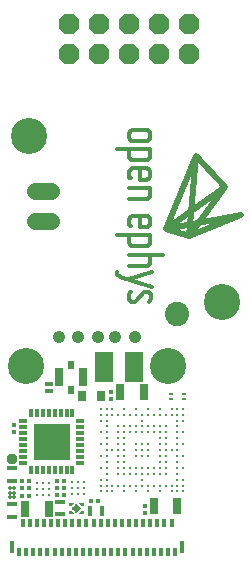
<source format=gts>
G75*
%MOIN*%
%OFA0B0*%
%FSLAX25Y25*%
%IPPOS*%
%LPD*%
%AMOC8*
5,1,8,0,0,1.08239X$1,22.5*
%
%ADD10C,0.04137*%
%ADD11R,0.01775X0.01381*%
%ADD12R,0.03350X0.01775*%
%ADD13R,0.01775X0.03350*%
%ADD14R,0.06106X0.10043*%
%ADD15C,0.00200*%
%ADD16R,0.12405X0.12405*%
%ADD17R,0.01184X0.02562*%
%ADD18R,0.02562X0.01184*%
%ADD19R,0.02169X0.02956*%
%ADD20R,0.02562X0.06106*%
%ADD21R,0.02169X0.02562*%
%ADD22R,0.02562X0.01578*%
%ADD23C,0.01184*%
%ADD24R,0.01578X0.00987*%
%ADD25R,0.01381X0.02759*%
%ADD26R,0.01381X0.02562*%
%ADD27R,0.01775X0.04137*%
%ADD28OC8,0.06800*%
%ADD29C,0.03743*%
%ADD30C,0.05600*%
%ADD31C,0.08074*%
%ADD32C,0.02165*%
%ADD33C,0.01417*%
%ADD34R,0.02956X0.05318*%
%ADD35R,0.01381X0.01775*%
%ADD36R,0.02956X0.03743*%
%ADD37C,0.01400*%
%ADD38C,0.12011*%
D10*
X0185205Y0129300D03*
X0191701Y0129300D03*
X0198197Y0129300D03*
X0204103Y0129300D03*
X0210599Y0129300D03*
D11*
X0202607Y0110993D03*
X0202607Y0108630D03*
X0170441Y0099772D03*
X0170441Y0097410D03*
X0213945Y0072804D03*
X0213945Y0070441D03*
D12*
X0185756Y0070113D03*
X0185756Y0074313D03*
X0169575Y0073565D03*
X0169575Y0069365D03*
X0169654Y0081333D03*
X0169654Y0085533D03*
D13*
X0195507Y0071111D03*
X0199707Y0071111D03*
D14*
X0200166Y0119260D03*
X0210402Y0119260D03*
D15*
X0193217Y0073807D02*
X0193217Y0073178D01*
X0192626Y0073178D01*
X0191996Y0073807D01*
X0193217Y0073807D01*
X0193217Y0073782D02*
X0192022Y0073782D01*
X0192220Y0073583D02*
X0193217Y0073583D01*
X0193217Y0073385D02*
X0192419Y0073385D01*
X0192618Y0073186D02*
X0193217Y0073186D01*
X0192250Y0072213D02*
X0190914Y0073549D01*
X0189578Y0072213D01*
X0190914Y0070877D01*
X0192250Y0072213D01*
X0192231Y0072194D02*
X0189597Y0072194D01*
X0189757Y0072392D02*
X0192071Y0072392D01*
X0191872Y0072591D02*
X0189955Y0072591D01*
X0190154Y0072789D02*
X0191674Y0072789D01*
X0191475Y0072988D02*
X0190352Y0072988D01*
X0190551Y0073186D02*
X0191277Y0073186D01*
X0191078Y0073385D02*
X0190749Y0073385D01*
X0189831Y0073807D02*
X0189201Y0073178D01*
X0188611Y0073178D01*
X0188611Y0073807D01*
X0189831Y0073807D01*
X0189806Y0073782D02*
X0188611Y0073782D01*
X0188611Y0073583D02*
X0189607Y0073583D01*
X0189409Y0073385D02*
X0188611Y0073385D01*
X0188611Y0073186D02*
X0189210Y0073186D01*
X0189795Y0071995D02*
X0192032Y0071995D01*
X0191834Y0071797D02*
X0189994Y0071797D01*
X0190192Y0071598D02*
X0191635Y0071598D01*
X0191437Y0071400D02*
X0190391Y0071400D01*
X0190589Y0071201D02*
X0191238Y0071201D01*
X0191040Y0071003D02*
X0190788Y0071003D01*
X0189831Y0070619D02*
X0189201Y0071248D01*
X0188611Y0071248D01*
X0188611Y0070619D01*
X0189831Y0070619D01*
X0189645Y0070804D02*
X0188611Y0070804D01*
X0188611Y0071003D02*
X0189447Y0071003D01*
X0189248Y0071201D02*
X0188611Y0071201D01*
X0191996Y0070619D02*
X0192626Y0071248D01*
X0193217Y0071248D01*
X0193217Y0070619D01*
X0191996Y0070619D01*
X0192182Y0070804D02*
X0193217Y0070804D01*
X0193217Y0071003D02*
X0192381Y0071003D01*
X0192579Y0071201D02*
X0193217Y0071201D01*
D16*
X0182882Y0094260D03*
D17*
X0181898Y0084811D03*
X0179930Y0084811D03*
X0177961Y0084811D03*
X0175993Y0084811D03*
X0183867Y0084811D03*
X0185835Y0084811D03*
X0187804Y0084811D03*
X0189772Y0084811D03*
X0189772Y0103709D03*
X0187804Y0103709D03*
X0185835Y0103709D03*
X0183867Y0103709D03*
X0181898Y0103709D03*
X0179930Y0103709D03*
X0177961Y0103709D03*
X0175993Y0103709D03*
D18*
X0173433Y0101150D03*
X0173433Y0099181D03*
X0173433Y0097213D03*
X0173433Y0095244D03*
X0173433Y0093276D03*
X0173433Y0091307D03*
X0173433Y0089339D03*
X0173433Y0087370D03*
X0192331Y0087370D03*
X0192331Y0089339D03*
X0192331Y0091307D03*
X0192331Y0093276D03*
X0192331Y0095244D03*
X0192331Y0097213D03*
X0192331Y0099181D03*
X0192331Y0101150D03*
D19*
X0189221Y0111465D03*
D20*
X0193158Y0115796D03*
X0185284Y0115796D03*
D21*
X0189221Y0119733D03*
D22*
X0181819Y0113650D03*
X0181819Y0111091D03*
D23*
X0199181Y0105284D03*
X0199181Y0103315D03*
X0199181Y0101347D03*
X0201150Y0101347D03*
X0201150Y0103315D03*
X0203119Y0103315D03*
X0205087Y0103315D03*
X0207056Y0103315D03*
X0209024Y0103315D03*
X0210993Y0103315D03*
X0212961Y0103315D03*
X0212961Y0101347D03*
X0212961Y0099378D03*
X0212961Y0097410D03*
X0210993Y0097410D03*
X0210993Y0099378D03*
X0209024Y0099378D03*
X0209024Y0097410D03*
X0207056Y0097410D03*
X0207056Y0099378D03*
X0205087Y0099378D03*
X0205087Y0097410D03*
X0205087Y0095441D03*
X0205087Y0093473D03*
X0207056Y0093473D03*
X0207056Y0095441D03*
X0210993Y0093473D03*
X0212961Y0093473D03*
X0214930Y0093473D03*
X0214930Y0091504D03*
X0214930Y0089536D03*
X0212961Y0089536D03*
X0212961Y0091504D03*
X0210993Y0091504D03*
X0210993Y0089536D03*
X0207056Y0089536D03*
X0207056Y0091504D03*
X0205087Y0091504D03*
X0205087Y0089536D03*
X0205087Y0087567D03*
X0205087Y0085599D03*
X0207056Y0085599D03*
X0209024Y0085599D03*
X0210993Y0085599D03*
X0212961Y0085599D03*
X0214930Y0085599D03*
X0216898Y0085599D03*
X0218867Y0085599D03*
X0220835Y0085599D03*
X0220835Y0087567D03*
X0218867Y0087567D03*
X0218867Y0089536D03*
X0220835Y0089536D03*
X0220835Y0091504D03*
X0218867Y0091504D03*
X0218867Y0093473D03*
X0220835Y0093473D03*
X0220835Y0095441D03*
X0218867Y0095441D03*
X0218867Y0097410D03*
X0220835Y0097410D03*
X0220835Y0099378D03*
X0218867Y0099378D03*
X0216898Y0099378D03*
X0216898Y0097410D03*
X0214930Y0097410D03*
X0214930Y0099378D03*
X0214930Y0103315D03*
X0216898Y0103315D03*
X0218867Y0103315D03*
X0220835Y0103315D03*
X0222804Y0103315D03*
X0224772Y0103315D03*
X0224772Y0101347D03*
X0226741Y0101347D03*
X0226741Y0103315D03*
X0226741Y0105284D03*
X0224772Y0105284D03*
X0222804Y0105284D03*
X0218867Y0105284D03*
X0214930Y0105284D03*
X0210993Y0105284D03*
X0207056Y0105284D03*
X0203119Y0105284D03*
X0201150Y0105284D03*
X0201150Y0099378D03*
X0201150Y0097410D03*
X0199181Y0097410D03*
X0201150Y0095441D03*
X0201150Y0093473D03*
X0199181Y0093473D03*
X0201150Y0091504D03*
X0201150Y0089536D03*
X0199181Y0089536D03*
X0201150Y0087567D03*
X0201150Y0085599D03*
X0199181Y0085599D03*
X0201150Y0083630D03*
X0201150Y0081662D03*
X0199181Y0081662D03*
X0199181Y0079693D03*
X0199181Y0077725D03*
X0201150Y0077725D03*
X0201150Y0079693D03*
X0203119Y0079693D03*
X0205087Y0079693D03*
X0207056Y0079693D03*
X0209024Y0079693D03*
X0210993Y0079693D03*
X0212961Y0079693D03*
X0214930Y0079693D03*
X0216898Y0079693D03*
X0218867Y0079693D03*
X0220835Y0079693D03*
X0222804Y0079693D03*
X0224772Y0079693D03*
X0224772Y0077725D03*
X0222804Y0077725D03*
X0226741Y0077725D03*
X0226741Y0079693D03*
X0226741Y0081662D03*
X0224772Y0081662D03*
X0224772Y0083630D03*
X0224772Y0085599D03*
X0224772Y0087567D03*
X0224772Y0089536D03*
X0224772Y0091504D03*
X0222804Y0091504D03*
X0224772Y0093473D03*
X0224772Y0095441D03*
X0224772Y0097410D03*
X0224772Y0099378D03*
X0226741Y0097410D03*
X0226741Y0093473D03*
X0226741Y0089536D03*
X0226741Y0085599D03*
X0220835Y0083630D03*
X0218867Y0083630D03*
X0216898Y0083630D03*
X0214930Y0083630D03*
X0212961Y0083630D03*
X0212961Y0081662D03*
X0210993Y0083630D03*
X0209024Y0083630D03*
X0207056Y0083630D03*
X0205087Y0083630D03*
X0207056Y0087567D03*
X0203119Y0091504D03*
X0193670Y0080874D03*
X0193670Y0078906D03*
X0193670Y0076937D03*
X0191701Y0076937D03*
X0189733Y0076937D03*
X0189733Y0078906D03*
X0191701Y0078906D03*
X0191701Y0080874D03*
X0189733Y0080874D03*
X0181859Y0080481D03*
X0181859Y0078512D03*
X0181859Y0076544D03*
X0179890Y0076544D03*
X0179890Y0078512D03*
X0177922Y0078512D03*
X0177922Y0076544D03*
X0177922Y0080481D03*
X0179890Y0080481D03*
X0203119Y0077725D03*
X0207056Y0077725D03*
X0210993Y0077725D03*
X0214930Y0077725D03*
X0218867Y0077725D03*
D24*
X0222607Y0108630D03*
X0222607Y0110205D03*
X0226937Y0110205D03*
X0226937Y0108630D03*
D25*
X0223985Y0057449D03*
X0221622Y0057449D03*
X0219260Y0057449D03*
X0216898Y0057449D03*
X0214536Y0057449D03*
X0212174Y0057449D03*
X0209811Y0057449D03*
X0207449Y0057449D03*
X0205087Y0057449D03*
X0202725Y0057449D03*
X0200363Y0057449D03*
X0198000Y0057449D03*
X0195638Y0057449D03*
X0193276Y0057449D03*
X0190914Y0057449D03*
X0188552Y0057449D03*
X0186189Y0057449D03*
X0183827Y0057449D03*
X0181465Y0057449D03*
X0179103Y0057449D03*
X0176741Y0057449D03*
X0174378Y0057449D03*
X0172016Y0057449D03*
D26*
X0173197Y0067193D03*
X0175559Y0067193D03*
X0177922Y0067193D03*
X0180284Y0067193D03*
X0182646Y0067193D03*
X0185008Y0067193D03*
X0187370Y0067193D03*
X0189733Y0067193D03*
X0192095Y0067193D03*
X0194457Y0067193D03*
X0196819Y0067193D03*
X0199181Y0067193D03*
X0201544Y0067193D03*
X0203906Y0067193D03*
X0206268Y0067193D03*
X0208630Y0067193D03*
X0210993Y0067193D03*
X0213355Y0067193D03*
X0215717Y0067193D03*
X0218079Y0067193D03*
X0220441Y0067193D03*
X0222804Y0067193D03*
D27*
X0169654Y0059319D03*
X0226347Y0059319D03*
D28*
X0228630Y0223512D03*
X0218630Y0223512D03*
X0208630Y0223512D03*
X0198630Y0223512D03*
X0188630Y0223512D03*
X0188630Y0233512D03*
X0198630Y0233512D03*
X0208630Y0233512D03*
X0218630Y0233512D03*
X0228630Y0233512D03*
D29*
X0169496Y0088670D03*
D30*
X0177190Y0167882D02*
X0182590Y0167882D01*
X0182590Y0177882D02*
X0177190Y0177882D01*
D31*
X0224772Y0136780D03*
D32*
X0228709Y0162764D02*
X0240520Y0179300D01*
X0220835Y0165126D01*
X0246032Y0169851D01*
X0228709Y0162764D01*
X0220835Y0165126D01*
X0231071Y0189536D01*
X0240520Y0179300D01*
X0231071Y0189536D02*
X0228709Y0162764D01*
D33*
X0219969Y0156622D02*
X0208788Y0156622D01*
X0210126Y0159457D02*
X0214221Y0159457D01*
X0214295Y0159459D01*
X0214369Y0159465D01*
X0214443Y0159474D01*
X0214516Y0159488D01*
X0214588Y0159505D01*
X0214659Y0159526D01*
X0214729Y0159551D01*
X0214797Y0159580D01*
X0214864Y0159611D01*
X0214930Y0159647D01*
X0214993Y0159686D01*
X0215054Y0159728D01*
X0215113Y0159773D01*
X0215169Y0159821D01*
X0215223Y0159872D01*
X0215274Y0159926D01*
X0215322Y0159982D01*
X0215367Y0160041D01*
X0215409Y0160102D01*
X0215448Y0160166D01*
X0215484Y0160231D01*
X0215515Y0160298D01*
X0215544Y0160366D01*
X0215569Y0160436D01*
X0215590Y0160507D01*
X0215607Y0160579D01*
X0215621Y0160652D01*
X0215630Y0160726D01*
X0215636Y0160800D01*
X0215638Y0160874D01*
X0215638Y0163237D01*
X0208709Y0163237D01*
X0208709Y0160874D01*
X0208711Y0160800D01*
X0208717Y0160726D01*
X0208726Y0160652D01*
X0208740Y0160579D01*
X0208757Y0160507D01*
X0208778Y0160436D01*
X0208803Y0160366D01*
X0208832Y0160298D01*
X0208863Y0160231D01*
X0208899Y0160166D01*
X0208938Y0160102D01*
X0208980Y0160041D01*
X0209025Y0159982D01*
X0209073Y0159926D01*
X0209124Y0159872D01*
X0209178Y0159821D01*
X0209234Y0159773D01*
X0209293Y0159728D01*
X0209354Y0159686D01*
X0209418Y0159647D01*
X0209483Y0159611D01*
X0209550Y0159580D01*
X0209618Y0159551D01*
X0209688Y0159526D01*
X0209759Y0159505D01*
X0209831Y0159488D01*
X0209904Y0159474D01*
X0209978Y0159465D01*
X0210052Y0159459D01*
X0210126Y0159457D01*
X0208630Y0163237D02*
X0204536Y0163237D01*
X0208709Y0166701D02*
X0208709Y0168119D01*
X0208711Y0168193D01*
X0208717Y0168267D01*
X0208726Y0168341D01*
X0208740Y0168414D01*
X0208757Y0168486D01*
X0208778Y0168557D01*
X0208803Y0168627D01*
X0208832Y0168695D01*
X0208863Y0168762D01*
X0208899Y0168828D01*
X0208938Y0168891D01*
X0208980Y0168952D01*
X0209025Y0169011D01*
X0209073Y0169067D01*
X0209124Y0169121D01*
X0209178Y0169172D01*
X0209234Y0169220D01*
X0209293Y0169265D01*
X0209354Y0169307D01*
X0209418Y0169346D01*
X0209483Y0169382D01*
X0209550Y0169413D01*
X0209618Y0169442D01*
X0209688Y0169467D01*
X0209759Y0169488D01*
X0209831Y0169505D01*
X0209904Y0169519D01*
X0209978Y0169528D01*
X0210052Y0169534D01*
X0210126Y0169536D01*
X0214221Y0169536D01*
X0214295Y0169534D01*
X0214369Y0169528D01*
X0214443Y0169519D01*
X0214516Y0169505D01*
X0214588Y0169488D01*
X0214659Y0169467D01*
X0214729Y0169442D01*
X0214797Y0169413D01*
X0214864Y0169382D01*
X0214930Y0169346D01*
X0214993Y0169307D01*
X0215054Y0169265D01*
X0215113Y0169220D01*
X0215169Y0169172D01*
X0215223Y0169121D01*
X0215274Y0169067D01*
X0215322Y0169011D01*
X0215367Y0168952D01*
X0215409Y0168891D01*
X0215448Y0168828D01*
X0215484Y0168762D01*
X0215515Y0168695D01*
X0215544Y0168627D01*
X0215569Y0168557D01*
X0215590Y0168486D01*
X0215607Y0168414D01*
X0215621Y0168341D01*
X0215630Y0168267D01*
X0215636Y0168193D01*
X0215638Y0168119D01*
X0215638Y0167174D01*
X0215636Y0167100D01*
X0215630Y0167026D01*
X0215621Y0166952D01*
X0215607Y0166879D01*
X0215590Y0166807D01*
X0215569Y0166736D01*
X0215544Y0166666D01*
X0215515Y0166598D01*
X0215484Y0166531D01*
X0215448Y0166466D01*
X0215409Y0166402D01*
X0215367Y0166341D01*
X0215322Y0166282D01*
X0215274Y0166226D01*
X0215223Y0166172D01*
X0215169Y0166121D01*
X0215113Y0166073D01*
X0215054Y0166028D01*
X0214993Y0165986D01*
X0214930Y0165947D01*
X0214864Y0165911D01*
X0214797Y0165880D01*
X0214729Y0165851D01*
X0214659Y0165826D01*
X0214588Y0165805D01*
X0214516Y0165788D01*
X0214443Y0165774D01*
X0214369Y0165765D01*
X0214295Y0165759D01*
X0214221Y0165757D01*
X0214063Y0165756D02*
X0212174Y0165756D01*
X0212174Y0169063D01*
X0209260Y0166150D02*
X0209214Y0166152D01*
X0209169Y0166158D01*
X0209125Y0166167D01*
X0209081Y0166180D01*
X0209039Y0166196D01*
X0208998Y0166216D01*
X0208959Y0166240D01*
X0208922Y0166266D01*
X0208887Y0166296D01*
X0208855Y0166328D01*
X0208825Y0166363D01*
X0208799Y0166400D01*
X0208775Y0166439D01*
X0208755Y0166480D01*
X0208739Y0166522D01*
X0208726Y0166566D01*
X0208717Y0166610D01*
X0208711Y0166655D01*
X0208709Y0166701D01*
X0208709Y0175205D02*
X0214221Y0175205D01*
X0214295Y0175207D01*
X0214369Y0175213D01*
X0214443Y0175222D01*
X0214516Y0175236D01*
X0214588Y0175253D01*
X0214659Y0175274D01*
X0214729Y0175299D01*
X0214797Y0175328D01*
X0214864Y0175359D01*
X0214930Y0175395D01*
X0214993Y0175434D01*
X0215054Y0175476D01*
X0215113Y0175521D01*
X0215169Y0175569D01*
X0215223Y0175620D01*
X0215274Y0175674D01*
X0215322Y0175730D01*
X0215367Y0175789D01*
X0215409Y0175850D01*
X0215448Y0175914D01*
X0215484Y0175979D01*
X0215515Y0176046D01*
X0215544Y0176114D01*
X0215569Y0176184D01*
X0215590Y0176255D01*
X0215607Y0176327D01*
X0215621Y0176400D01*
X0215630Y0176474D01*
X0215636Y0176548D01*
X0215638Y0176622D01*
X0215638Y0178985D01*
X0208709Y0178985D01*
X0208709Y0182607D02*
X0208709Y0184024D01*
X0208711Y0184098D01*
X0208717Y0184172D01*
X0208726Y0184246D01*
X0208740Y0184319D01*
X0208757Y0184391D01*
X0208778Y0184462D01*
X0208803Y0184532D01*
X0208832Y0184600D01*
X0208863Y0184667D01*
X0208899Y0184733D01*
X0208938Y0184796D01*
X0208980Y0184857D01*
X0209025Y0184916D01*
X0209073Y0184972D01*
X0209124Y0185026D01*
X0209178Y0185077D01*
X0209234Y0185125D01*
X0209293Y0185170D01*
X0209354Y0185212D01*
X0209418Y0185251D01*
X0209483Y0185287D01*
X0209550Y0185318D01*
X0209618Y0185347D01*
X0209688Y0185372D01*
X0209759Y0185393D01*
X0209831Y0185410D01*
X0209904Y0185424D01*
X0209978Y0185433D01*
X0210052Y0185439D01*
X0210126Y0185441D01*
X0214221Y0185441D01*
X0214295Y0185439D01*
X0214369Y0185433D01*
X0214443Y0185424D01*
X0214516Y0185410D01*
X0214588Y0185393D01*
X0214659Y0185372D01*
X0214729Y0185347D01*
X0214797Y0185318D01*
X0214864Y0185287D01*
X0214930Y0185251D01*
X0214993Y0185212D01*
X0215054Y0185170D01*
X0215113Y0185125D01*
X0215169Y0185077D01*
X0215223Y0185026D01*
X0215274Y0184972D01*
X0215322Y0184916D01*
X0215367Y0184857D01*
X0215409Y0184796D01*
X0215448Y0184733D01*
X0215484Y0184667D01*
X0215515Y0184600D01*
X0215544Y0184532D01*
X0215569Y0184462D01*
X0215590Y0184391D01*
X0215607Y0184319D01*
X0215621Y0184246D01*
X0215630Y0184172D01*
X0215636Y0184098D01*
X0215638Y0184024D01*
X0215638Y0183079D01*
X0215636Y0183005D01*
X0215630Y0182931D01*
X0215621Y0182857D01*
X0215607Y0182784D01*
X0215590Y0182712D01*
X0215569Y0182641D01*
X0215544Y0182571D01*
X0215515Y0182503D01*
X0215484Y0182436D01*
X0215448Y0182371D01*
X0215409Y0182307D01*
X0215367Y0182246D01*
X0215322Y0182187D01*
X0215274Y0182131D01*
X0215223Y0182077D01*
X0215169Y0182026D01*
X0215113Y0181978D01*
X0215054Y0181933D01*
X0214993Y0181891D01*
X0214930Y0181852D01*
X0214864Y0181816D01*
X0214797Y0181785D01*
X0214729Y0181756D01*
X0214659Y0181731D01*
X0214588Y0181710D01*
X0214516Y0181693D01*
X0214443Y0181679D01*
X0214369Y0181670D01*
X0214295Y0181664D01*
X0214221Y0181662D01*
X0214063Y0181662D02*
X0212174Y0181662D01*
X0212174Y0184969D01*
X0214221Y0188040D02*
X0210126Y0188040D01*
X0210052Y0188042D01*
X0209978Y0188048D01*
X0209904Y0188057D01*
X0209831Y0188071D01*
X0209759Y0188088D01*
X0209688Y0188109D01*
X0209618Y0188134D01*
X0209550Y0188163D01*
X0209483Y0188194D01*
X0209418Y0188230D01*
X0209354Y0188269D01*
X0209293Y0188311D01*
X0209234Y0188356D01*
X0209178Y0188404D01*
X0209124Y0188455D01*
X0209073Y0188509D01*
X0209025Y0188565D01*
X0208980Y0188624D01*
X0208938Y0188685D01*
X0208899Y0188749D01*
X0208863Y0188814D01*
X0208832Y0188881D01*
X0208803Y0188949D01*
X0208778Y0189019D01*
X0208757Y0189090D01*
X0208740Y0189162D01*
X0208726Y0189235D01*
X0208717Y0189309D01*
X0208711Y0189383D01*
X0208709Y0189457D01*
X0208709Y0191819D01*
X0215638Y0191819D01*
X0215638Y0189457D01*
X0215636Y0189383D01*
X0215630Y0189309D01*
X0215621Y0189235D01*
X0215607Y0189162D01*
X0215590Y0189090D01*
X0215569Y0189019D01*
X0215544Y0188949D01*
X0215515Y0188881D01*
X0215484Y0188814D01*
X0215448Y0188749D01*
X0215409Y0188685D01*
X0215367Y0188624D01*
X0215322Y0188565D01*
X0215274Y0188509D01*
X0215223Y0188455D01*
X0215169Y0188404D01*
X0215113Y0188356D01*
X0215054Y0188311D01*
X0214993Y0188269D01*
X0214930Y0188230D01*
X0214864Y0188194D01*
X0214797Y0188163D01*
X0214729Y0188134D01*
X0214659Y0188109D01*
X0214588Y0188088D01*
X0214516Y0188071D01*
X0214443Y0188057D01*
X0214369Y0188048D01*
X0214295Y0188042D01*
X0214221Y0188040D01*
X0214221Y0194457D02*
X0210126Y0194457D01*
X0210052Y0194459D01*
X0209978Y0194465D01*
X0209904Y0194474D01*
X0209831Y0194488D01*
X0209759Y0194505D01*
X0209688Y0194526D01*
X0209618Y0194551D01*
X0209550Y0194580D01*
X0209483Y0194611D01*
X0209418Y0194647D01*
X0209354Y0194686D01*
X0209293Y0194728D01*
X0209234Y0194773D01*
X0209178Y0194821D01*
X0209124Y0194872D01*
X0209073Y0194926D01*
X0209025Y0194982D01*
X0208980Y0195041D01*
X0208938Y0195102D01*
X0208899Y0195166D01*
X0208863Y0195231D01*
X0208832Y0195298D01*
X0208803Y0195366D01*
X0208778Y0195436D01*
X0208757Y0195507D01*
X0208740Y0195579D01*
X0208726Y0195652D01*
X0208717Y0195726D01*
X0208711Y0195800D01*
X0208709Y0195874D01*
X0208709Y0195993D02*
X0208709Y0196741D01*
X0208709Y0196780D02*
X0208711Y0196854D01*
X0208717Y0196928D01*
X0208726Y0197002D01*
X0208740Y0197075D01*
X0208757Y0197147D01*
X0208778Y0197218D01*
X0208803Y0197288D01*
X0208832Y0197356D01*
X0208863Y0197423D01*
X0208899Y0197489D01*
X0208938Y0197552D01*
X0208980Y0197613D01*
X0209025Y0197672D01*
X0209073Y0197728D01*
X0209124Y0197782D01*
X0209178Y0197833D01*
X0209234Y0197881D01*
X0209293Y0197926D01*
X0209354Y0197968D01*
X0209418Y0198007D01*
X0209483Y0198043D01*
X0209550Y0198074D01*
X0209618Y0198103D01*
X0209688Y0198128D01*
X0209759Y0198149D01*
X0209831Y0198166D01*
X0209904Y0198180D01*
X0209978Y0198189D01*
X0210052Y0198195D01*
X0210126Y0198197D01*
X0214221Y0198197D01*
X0214295Y0198195D01*
X0214369Y0198189D01*
X0214443Y0198180D01*
X0214516Y0198166D01*
X0214588Y0198149D01*
X0214659Y0198128D01*
X0214729Y0198103D01*
X0214797Y0198074D01*
X0214864Y0198043D01*
X0214930Y0198007D01*
X0214993Y0197968D01*
X0215054Y0197926D01*
X0215113Y0197881D01*
X0215169Y0197833D01*
X0215223Y0197782D01*
X0215274Y0197728D01*
X0215322Y0197672D01*
X0215367Y0197613D01*
X0215409Y0197552D01*
X0215448Y0197489D01*
X0215484Y0197423D01*
X0215515Y0197356D01*
X0215544Y0197288D01*
X0215569Y0197218D01*
X0215590Y0197147D01*
X0215607Y0197075D01*
X0215621Y0197002D01*
X0215630Y0196928D01*
X0215636Y0196854D01*
X0215638Y0196780D01*
X0215638Y0196662D02*
X0215638Y0195874D01*
X0215636Y0195800D01*
X0215630Y0195726D01*
X0215621Y0195652D01*
X0215607Y0195579D01*
X0215590Y0195507D01*
X0215569Y0195436D01*
X0215544Y0195366D01*
X0215515Y0195298D01*
X0215484Y0195231D01*
X0215448Y0195166D01*
X0215409Y0195102D01*
X0215367Y0195041D01*
X0215322Y0194982D01*
X0215274Y0194926D01*
X0215223Y0194872D01*
X0215169Y0194821D01*
X0215113Y0194773D01*
X0215054Y0194728D01*
X0214993Y0194686D01*
X0214930Y0194647D01*
X0214864Y0194611D01*
X0214797Y0194580D01*
X0214729Y0194551D01*
X0214659Y0194526D01*
X0214588Y0194505D01*
X0214516Y0194488D01*
X0214443Y0194474D01*
X0214369Y0194465D01*
X0214295Y0194459D01*
X0214221Y0194457D01*
X0208630Y0191819D02*
X0204536Y0191819D01*
X0208709Y0182607D02*
X0208711Y0182561D01*
X0208717Y0182516D01*
X0208726Y0182472D01*
X0208739Y0182428D01*
X0208755Y0182386D01*
X0208775Y0182345D01*
X0208799Y0182306D01*
X0208825Y0182269D01*
X0208855Y0182234D01*
X0208887Y0182202D01*
X0208922Y0182172D01*
X0208959Y0182146D01*
X0208998Y0182122D01*
X0209039Y0182102D01*
X0209081Y0182086D01*
X0209125Y0182073D01*
X0209169Y0182064D01*
X0209214Y0182058D01*
X0209260Y0182056D01*
X0215638Y0156071D02*
X0215638Y0154260D01*
X0215636Y0154186D01*
X0215630Y0154112D01*
X0215621Y0154038D01*
X0215607Y0153965D01*
X0215590Y0153893D01*
X0215569Y0153822D01*
X0215544Y0153752D01*
X0215515Y0153684D01*
X0215484Y0153617D01*
X0215448Y0153552D01*
X0215409Y0153488D01*
X0215367Y0153427D01*
X0215322Y0153368D01*
X0215274Y0153312D01*
X0215223Y0153258D01*
X0215169Y0153207D01*
X0215113Y0153159D01*
X0215054Y0153114D01*
X0214993Y0153072D01*
X0214930Y0153033D01*
X0214864Y0152997D01*
X0214797Y0152966D01*
X0214729Y0152937D01*
X0214659Y0152912D01*
X0214588Y0152891D01*
X0214516Y0152874D01*
X0214443Y0152860D01*
X0214369Y0152851D01*
X0214295Y0152845D01*
X0214221Y0152843D01*
X0208709Y0152764D01*
X0208788Y0148433D02*
X0216347Y0151032D01*
X0216347Y0145993D02*
X0205717Y0149300D01*
X0205559Y0149378D02*
X0204772Y0149930D01*
X0204615Y0150638D01*
X0204615Y0151032D01*
X0209103Y0144181D02*
X0209260Y0144181D01*
X0209103Y0144181D02*
X0208867Y0144024D01*
X0208630Y0143630D01*
X0208473Y0143315D01*
X0208473Y0143237D02*
X0208473Y0142292D01*
X0208475Y0142218D01*
X0208481Y0142144D01*
X0208490Y0142070D01*
X0208504Y0141997D01*
X0208521Y0141925D01*
X0208542Y0141854D01*
X0208567Y0141784D01*
X0208596Y0141716D01*
X0208627Y0141649D01*
X0208663Y0141584D01*
X0208702Y0141520D01*
X0208744Y0141459D01*
X0208789Y0141400D01*
X0208837Y0141344D01*
X0208888Y0141290D01*
X0208942Y0141239D01*
X0208998Y0141191D01*
X0209057Y0141146D01*
X0209118Y0141104D01*
X0209182Y0141065D01*
X0209247Y0141029D01*
X0209314Y0140998D01*
X0209382Y0140969D01*
X0209452Y0140944D01*
X0209523Y0140923D01*
X0209595Y0140906D01*
X0209668Y0140892D01*
X0209742Y0140883D01*
X0209816Y0140877D01*
X0209890Y0140875D01*
X0209969Y0140874D02*
X0210363Y0140874D01*
X0210756Y0140953D01*
X0211465Y0141662D01*
X0212410Y0142922D01*
X0212252Y0142685D02*
X0213197Y0143945D01*
X0213670Y0144260D01*
X0214063Y0144339D01*
X0214457Y0144339D01*
X0214536Y0144339D02*
X0214610Y0144337D01*
X0214684Y0144331D01*
X0214758Y0144322D01*
X0214831Y0144308D01*
X0214903Y0144291D01*
X0214974Y0144270D01*
X0215044Y0144245D01*
X0215112Y0144216D01*
X0215179Y0144185D01*
X0215245Y0144149D01*
X0215308Y0144110D01*
X0215369Y0144068D01*
X0215428Y0144023D01*
X0215484Y0143975D01*
X0215538Y0143924D01*
X0215589Y0143870D01*
X0215637Y0143814D01*
X0215682Y0143755D01*
X0215724Y0143694D01*
X0215763Y0143631D01*
X0215799Y0143565D01*
X0215830Y0143498D01*
X0215859Y0143430D01*
X0215884Y0143360D01*
X0215905Y0143289D01*
X0215922Y0143217D01*
X0215936Y0143144D01*
X0215945Y0143070D01*
X0215951Y0142996D01*
X0215953Y0142922D01*
X0215953Y0141977D01*
X0215953Y0141898D02*
X0215796Y0141583D01*
X0215559Y0141189D01*
X0215323Y0141032D01*
X0215166Y0141032D01*
D34*
X0213552Y0110796D03*
X0205678Y0110796D03*
X0216898Y0072804D03*
X0224772Y0072804D03*
X0181859Y0071819D03*
X0173985Y0071819D03*
D35*
X0173000Y0076150D03*
X0175363Y0076150D03*
X0175363Y0078709D03*
X0173000Y0078709D03*
X0173000Y0081268D03*
X0175363Y0081268D03*
X0184615Y0081268D03*
X0186977Y0081268D03*
X0186977Y0078906D03*
X0186977Y0076544D03*
X0184615Y0076544D03*
X0184615Y0078906D03*
X0196032Y0074378D03*
X0198394Y0074378D03*
D36*
X0199260Y0109615D03*
X0192804Y0109615D03*
D37*
X0170441Y0078906D03*
X0168867Y0078906D03*
X0168867Y0077331D03*
X0170441Y0077331D03*
X0170441Y0075756D03*
X0168867Y0075756D03*
D38*
X0174378Y0119457D03*
X0221622Y0119457D03*
X0239733Y0140717D03*
X0175166Y0196229D03*
M02*

</source>
